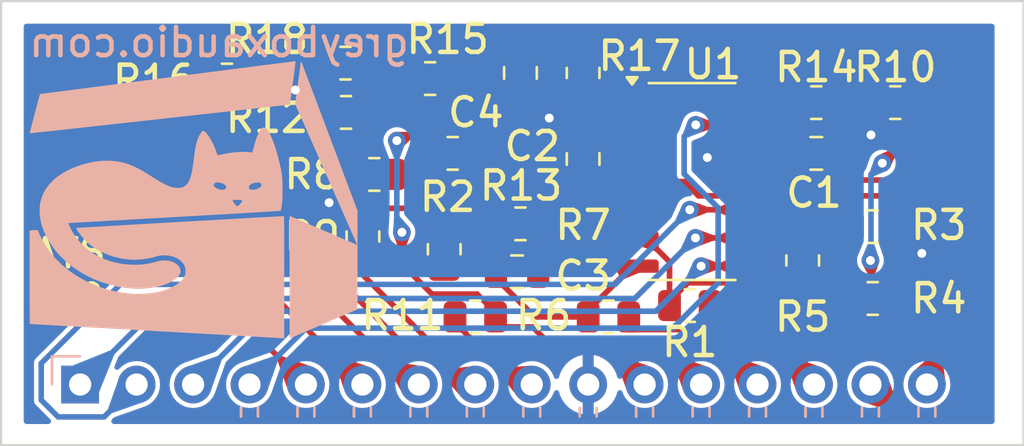
<source format=kicad_pcb>
(kicad_pcb (version 20240108) (generator "pcbnew") (generator_version "8.0")
  (title_block (title "AT8") (date "2024-08-16") (rev "00") (company "Greybox Audio"))
  (layers (0 "F.Cu" signal) (31 "B.Cu" power) (34 "B.Paste" user) (35 "F.Paste" user) (36 "B.SilkS" user "B.Silkscreen") (37 "F.SilkS" user "F.Silkscreen") (38 "B.Mask" user) (39 "F.Mask" user) (44 "Edge.Cuts" user))
  (net 0 "")
  (net 1 "Net-(C3-Pad2)")
  (net 2 "Net-(U1A--)")
  (net 3 "Net-(U1B--)")
  (net 4 "Net-(C4-Pad2)")
  (net 5 "-15V")
  (net 6 "GND")
  (net 7 "+15V")
  (net 8 "Net-(J1-Pin_2)")
  (net 9 "Net-(J1-Pin_9)")
  (net 10 "Net-(J1-Pin_3)")
  (net 11 "Net-(J1-Pin_14)")
  (net 12 "Net-(J1-Pin_6)")
  (net 13 "Net-(J1-Pin_4)")
  (net 14 "Net-(J1-Pin_1)")
  (net 15 "Net-(J1-Pin_7)")
  (net 16 "Net-(J1-Pin_11)")
  (net 17 "Net-(J1-Pin_8)")
  (net 18 "Net-(J1-Pin_5)")
  (net 19 "Net-(U1A-+)")
  (net 20 "Net-(U1B-+)")
  (net 21 "Net-(J1-Pin_13)")
  (net 22 "Net-(J1-Pin_12)")
  (footprint "Resistor_SMD:R_0805_2012Metric" (layer "F.Cu") (at 48.742 24.384 -90)
    (property "Reference" "R5" (at 2.54 0 0) (layer "F.SilkS") (effects (font (size 1.27 1.27) (thickness 0.2032))))
    (property "Value" "1k")
    (pad "1" smd roundrect (at -0.9125 0 270) (size 1.025 1.4) (layers "F.Cu" "F.Paste" "F.Mask") (roundrect_rratio 0.243902) (net 14 "Net-(J1-Pin_1)"))
    (pad "2" smd roundrect (at 0.9125 0 270) (size 1.025 1.4) (layers "F.Cu" "F.Paste" "F.Mask") (roundrect_rratio 0.243902) (net 10 "Net-(J1-Pin_3)"))
  )
  (footprint "Capacitor_SMD:C_0805_2012Metric" (layer "F.Cu") (at 49.3535 19.558)
    (property "Reference" "C1" (at -0.1035 1.778 0) (layer "F.SilkS") (effects (font (size 1.27 1.27) (thickness 0.2032))))
    (property "Value" "100n")
    (pad "1" smd roundrect (at -0.95 0) (size 1 1.45) (layers "F.Cu" "F.Paste" "F.Mask") (net 5 "-15V"))
    (pad "2" smd roundrect (at 0.95 0) (size 1 1.45) (layers "F.Cu" "F.Paste" "F.Mask") (net 6 "GND"))
  )
  (footprint "Resistor_SMD:R_0805_2012Metric" (layer "F.Cu") (at 49.3535 17.272 180)
    (property "Reference" "R14" (at 0 1.59 0) (layer "F.SilkS") (effects (font (size 1.27 1.27) (thickness 0.2032))))
    (property "Value" "2k2")
    (pad "1" smd roundrect (at -0.9125 0 180) (size 1.025 1.4) (layers "F.Cu" "F.Paste" "F.Mask") (roundrect_rratio 0.243902) (net 13 "Net-(J1-Pin_4)"))
    (pad "2" smd roundrect (at 0.9125 0 180) (size 1.025 1.4) (layers "F.Cu" "F.Paste" "F.Mask") (roundrect_rratio 0.243902) (net 18 "Net-(J1-Pin_5)"))
  )
  (footprint "Resistor_SMD:R_0805_2012Metric" (layer "F.Cu") (at 52.9095 17.272 180)
    (property "Reference" "R10" (at 0 1.59 0) (layer "F.SilkS") (effects (font (size 1.27 1.27) (thickness 0.2032))))
    (property "Value" "2k2")
    (pad "1" smd roundrect (at -0.9125 0 180) (size 1.025 1.4) (layers "F.Cu" "F.Paste" "F.Mask") (roundrect_rratio 0.243902) (net 10 "Net-(J1-Pin_3)"))
    (pad "2" smd roundrect (at 0.9125 0 180) (size 1.025 1.4) (layers "F.Cu" "F.Paste" "F.Mask") (roundrect_rratio 0.243902) (net 13 "Net-(J1-Pin_4)"))
  )
  (footprint "Resistor_SMD:R_0805_2012Metric" (layer "F.Cu") (at 22.834 16.256)
    (property "Reference" "R16" (at -3.276 0 0) (layer "F.SilkS") (effects (font (size 1.27 1.27) (thickness 0.2032))))
    (property "Value" "1k8")
    (pad "1" smd roundrect (at -0.9125 0) (size 1.025 1.4) (layers "F.Cu" "F.Paste" "F.Mask") (roundrect_rratio 0.243902) (net 18 "Net-(J1-Pin_5)"))
    (pad "2" smd roundrect (at 0.9125 0) (size 1.025 1.4) (layers "F.Cu" "F.Paste" "F.Mask") (roundrect_rratio 0.243902) (net 2 "Net-(U1A--)"))
  )
  (footprint "Capacitor_SMD:C_0805_2012Metric" (layer "F.Cu") (at 35.8915 24.892 180)
    (property "Reference" "C3" (at -2.9705 -0.188 0) (layer "F.SilkS") (effects (font (size 1.27 1.27) (thickness 0.2032))))
    (property "Value" "100p")
    (pad "1" smd roundrect (at -0.95 0 180) (size 1 1.45) (layers "F.Cu" "F.Paste" "F.Mask") (net 3 "Net-(U1B--)"))
    (pad "2" smd roundrect (at 0.95 0 180) (size 1 1.45) (layers "F.Cu" "F.Paste" "F.Mask") (net 1 "Net-(C3-Pad2)"))
  )
  (footprint "Resistor_SMD:R_0805_2012Metric" (layer "F.Cu") (at 28.168 15.494)
    (property "Reference" "R18" (at -3.53 -1.082 0) (layer "F.SilkS") (effects (font (size 1.27 1.27) (thickness 0.2032))))
    (property "Value" "2k7")
    (pad "1" smd roundrect (at -0.9125 0) (size 1.025 1.4) (layers "F.Cu" "F.Paste" "F.Mask") (roundrect_rratio 0.243902) (net 12 "Net-(J1-Pin_6)"))
    (pad "2" smd roundrect (at 0.9125 0) (size 1.025 1.4) (layers "F.Cu" "F.Paste" "F.Mask") (roundrect_rratio 0.243902) (net 2 "Net-(U1A--)"))
  )
  (footprint "Resistor_SMD:R_0805_2012Metric" (layer "F.Cu") (at 38.862 15.936 90)
    (property "Reference" "R17" (at 0.762 2.54 0) (layer "F.SilkS") (effects (font (size 1.27 1.27) (thickness 0.2032))))
    (property "Value" "2k7")
    (pad "1" smd roundrect (at -0.9125 0 90) (size 1.025 1.4) (layers "F.Cu" "F.Paste" "F.Mask") (roundrect_rratio 0.243902) (net 2 "Net-(U1A--)"))
    (pad "2" smd roundrect (at 0.9125 0 90) (size 1.025 1.4) (layers "F.Cu" "F.Paste" "F.Mask") (roundrect_rratio 0.243902) (net 4 "Net-(C4-Pad2)"))
  )
  (footprint "Package_SO:SOIC-14_3.9x8.7mm_P1.27mm" (layer "F.Cu") (at 43.7655 20.828)
    (property "Reference" "U1" (at 0.9385 -5.28 0) (layer "F.SilkS") (effects (font (size 1.27 1.27) (thickness 0.2032))))
    (property "Value" "OPA1679")
    (pad "1" smd roundrect (at -2.475 -3.81) (size 1.95 0.6) (layers "F.Cu" "F.Paste" "F.Mask") (net 4 "Net-(C4-Pad2)"))
    (pad "2" smd roundrect (at -2.475 -2.54) (size 1.95 0.6) (layers "F.Cu" "F.Paste" "F.Mask") (net 2 "Net-(U1A--)"))
    (pad "3" smd roundrect (at -2.475 -1.27) (size 1.95 0.6) (layers "F.Cu" "F.Paste" "F.Mask") (net 19 "Net-(U1A-+)"))
    (pad "4" smd roundrect (at -2.475 0) (size 1.95 0.6) (layers "F.Cu" "F.Paste" "F.Mask") (net 7 "+15V"))
    (pad "5" smd roundrect (at -2.475 1.27) (size 1.95 0.6) (layers "F.Cu" "F.Paste" "F.Mask") (net 20 "Net-(U1B-+)"))
    (pad "6" smd roundrect (at -2.475 2.54) (size 1.95 0.6) (layers "F.Cu" "F.Paste" "F.Mask") (net 3 "Net-(U1B--)"))
    (pad "7" smd roundrect (at -2.475 3.81) (size 1.95 0.6) (layers "F.Cu" "F.Paste" "F.Mask") (net 1 "Net-(C3-Pad2)"))
    (pad "8" smd roundrect (at 2.475 3.81) (size 1.95 0.6) (layers "F.Cu" "F.Paste" "F.Mask") (net 10 "Net-(J1-Pin_3)"))
    (pad "9" smd roundrect (at 2.475 2.54) (size 1.95 0.6) (layers "F.Cu" "F.Paste" "F.Mask") (net 14 "Net-(J1-Pin_1)"))
    (pad "10" smd roundrect (at 2.475 1.27) (size 1.95 0.6) (layers "F.Cu" "F.Paste" "F.Mask") (net 8 "Net-(J1-Pin_2)"))
    (pad "11" smd roundrect (at 2.475 0) (size 1.95 0.6) (layers "F.Cu" "F.Paste" "F.Mask") (net 5 "-15V"))
    (pad "12" smd roundrect (at 2.475 -1.27) (size 1.95 0.6) (layers "F.Cu" "F.Paste" "F.Mask") (net 6 "GND"))
    (pad "13" smd roundrect (at 2.475 -2.54) (size 1.95 0.6) (layers "F.Cu" "F.Paste" "F.Mask") (net 13 "Net-(J1-Pin_4)"))
    (pad "14" smd roundrect (at 2.475 -3.81) (size 1.95 0.6) (layers "F.Cu" "F.Paste" "F.Mask") (net 18 "Net-(J1-Pin_5)"))
  )
  (footprint "Resistor_SMD:R_0805_2012Metric" (layer "F.Cu") (at 29.464 20.508)
    (property "Reference" "R8" (at -2.794 0 0) (layer "F.SilkS") (effects (font (size 1.27 1.27) (thickness 0.2032))))
    (property "Value" "2k2")
    (pad "1" smd roundrect (at -0.9125 0) (size 1.025 1.4) (layers "F.Cu" "F.Paste" "F.Mask") (roundrect_rratio 0.243902) (net 6 "GND"))
    (pad "2" smd roundrect (at 0.9125 0) (size 1.025 1.4) (layers "F.Cu" "F.Paste" "F.Mask") (roundrect_rratio 0.243902) (net 20 "Net-(U1B-+)"))
  )
  (footprint "Resistor_SMD:R_0805_2012Metric" (layer "F.Cu") (at 36.042 22.733 180)
    (property "Reference" "R7" (at -2.82 -0.061 0) (layer "F.SilkS") (effects (font (size 1.27 1.27) (thickness 0.2032))))
    (property "Value" "3k3")
    (pad "1" smd roundrect (at -0.9125 0 180) (size 1.025 1.4) (layers "F.Cu" "F.Paste" "F.Mask") (roundrect_rratio 0.243902) (net 20 "Net-(U1B-+)"))
    (pad "2" smd roundrect (at 0.9125 0 180) (size 1.025 1.4) (layers "F.Cu" "F.Paste" "F.Mask") (roundrect_rratio 0.243902) (net 17 "Net-(J1-Pin_8)"))
  )
  (footprint "Resistor_SMD:R_0805_2012Metric" (layer "F.Cu") (at 51.8935 22.86 180)
    (property "Reference" "R3" (at -2.9705 0.066 0) (layer "F.SilkS") (effects (font (size 1.27 1.27) (thickness 0.2032))))
    (property "Value" "10k")
    (pad "1" smd roundrect (at -0.9125 0 180) (size 1.025 1.4) (layers "F.Cu" "F.Paste" "F.Mask") (roundrect_rratio 0.243902) (net 6 "GND"))
    (pad "2" smd roundrect (at 0.9125 0 180) (size 1.025 1.4) (layers "F.Cu" "F.Paste" "F.Mask") (roundrect_rratio 0.243902) (net 8 "Net-(J1-Pin_2)"))
  )
  (footprint "Resistor_SMD:R_0805_2012Metric" (layer "F.Cu") (at 31.978 16.19 180)
    (property "Reference" "R15" (at -0.788 1.778 0) (layer "F.SilkS") (effects (font (size 1.27 1.27) (thickness 0.2032))))
    (property "Value" "33R")
    (pad "1" smd roundrect (at -0.9125 0 180) (size 1.025 1.4) (layers "F.Cu" "F.Paste" "F.Mask") (roundrect_rratio 0.243902) (net 4 "Net-(C4-Pad2)"))
    (pad "2" smd roundrect (at 0.9125 0 180) (size 1.025 1.4) (layers "F.Cu" "F.Paste" "F.Mask") (roundrect_rratio 0.243902) (net 15 "Net-(J1-Pin_7)"))
  )
  (footprint "Resistor_SMD:R_0805_2012Metric" (layer "F.Cu") (at 28.194 17.714)
    (property "Reference" "R12" (at -3.556 0.254 0) (layer "F.SilkS") (effects (font (size 1.27 1.27) (thickness 0.2032))))
    (property "Value" "2k2")
    (pad "1" smd roundrect (at -0.9125 0) (size 1.025 1.4) (layers "F.Cu" "F.Paste" "F.Mask") (roundrect_rratio 0.243902) (net 6 "GND"))
    (pad "2" smd roundrect (at 0.9125 0) (size 1.025 1.4) (layers "F.Cu" "F.Paste" "F.Mask") (roundrect_rratio 0.243902) (net 19 "Net-(U1A-+)"))
  )
  (footprint "Resistor_SMD:R_0805_2012Metric" (layer "F.Cu") (at 40.0025 26.924)
    (property "Reference" "R6" (at -2.9185 -0.066 0) (layer "F.SilkS") (effects (font (size 1.27 1.27) (thickness 0.2032))))
    (property "Value" "33R")
    (pad "1" smd roundrect (at -0.9125 0) (size 1.025 1.4) (layers "F.Cu" "F.Paste" "F.Mask") (roundrect_rratio 0.243902) (net 1 "Net-(C3-Pad2)"))
    (pad "2" smd roundrect (at 0.9125 0) (size 1.025 1.4) (layers "F.Cu" "F.Paste" "F.Mask") (roundrect_rratio 0.243902) (net 21 "Net-(J1-Pin_13)"))
  )
  (footprint "Resistor_SMD:R_0805_2012Metric" (layer "F.Cu") (at 34.01 26.924)
    (property "Reference" "R11" (at -3.276 -0.066 0) (layer "F.SilkS") (effects (font (size 1.27 1.27) (thickness 0.2032))))
    (property "Value" "3k3")
    (pad "1" smd roundrect (at -0.9125 0) (size 1.025 1.4) (layers "F.Cu" "F.Paste" "F.Mask") (roundrect_rratio 0.243902) (net 16 "Net-(J1-Pin_11)"))
    (pad "2" smd roundrect (at 0.9125 0) (size 1.025 1.4) (layers "F.Cu" "F.Paste" "F.Mask") (roundrect_rratio 0.243902) (net 22 "Net-(J1-Pin_12)"))
  )
  (footprint "Resistor_SMD:R_0805_2012Metric" (layer "F.Cu") (at 51.8935 26.096)
    (property "Reference" "R4" (at 2.9705 0 0) (layer "F.SilkS") (effects (font (size 1.27 1.27) (thickness 0.2032))))
    (property "Value" "1k8")
    (pad "1" smd roundrect (at -0.9125 0) (size 1.025 1.4) (layers "F.Cu" "F.Paste" "F.Mask") (roundrect_rratio 0.243902) (net 10 "Net-(J1-Pin_3)"))
    (pad "2" smd roundrect (at 0.9125 0) (size 1.025 1.4) (layers "F.Cu" "F.Paste" "F.Mask") (roundrect_rratio 0.243902) (net 3 "Net-(U1B--)"))
  )
  (footprint "Resistor_SMD:R_0805_2012Metric" (layer "F.Cu") (at 32.613 23.876 -90)
    (property "Reference" "R2" (at -2.352 -0.153 0) (layer "F.SilkS") (effects (font (size 1.27 1.27) (thickness 0.2032))))
    (property "Value" "2k7")
    (pad "1" smd roundrect (at -0.9125 0 270) (size 1.025 1.4) (layers "F.Cu" "F.Paste" "F.Mask") (roundrect_rratio 0.243902) (net 3 "Net-(U1B--)"))
    (pad "2" smd roundrect (at 0.9125 0 270) (size 1.025 1.4) (layers "F.Cu" "F.Paste" "F.Mask") (roundrect_rratio 0.243902) (net 1 "Net-(C3-Pad2)"))
  )
  (footprint "Capacitor_SMD:C_0805_2012Metric" (layer "F.Cu") (at 36.042 15.936 90)
    (property "Reference" "C4" (at -1.778 -2.006 0) (layer "F.SilkS") (effects (font (size 1.27 1.27) (thickness 0.2032))))
    (property "Value" "100p")
    (pad "1" smd roundrect (at -0.95 0 90) (size 1 1.45) (layers "F.Cu" "F.Paste" "F.Mask") (net 2 "Net-(U1A--)"))
    (pad "2" smd roundrect (at 0.95 0 90) (size 1 1.45) (layers "F.Cu" "F.Paste" "F.Mask") (net 4 "Net-(C4-Pad2)"))
  )
  (footprint "Resistor_SMD:R_0805_2012Metric" (layer "F.Cu") (at 43.662 26.416 180)
    (property "Reference" "R1" (at 0 -1.65 0) (layer "F.SilkS") (effects (font (size 1.27 1.27) (thickness 0.2032))))
    (property "Value" "2k7")
    (pad "1" smd roundrect (at -0.9125 0 180) (size 1.025 1.4) (layers "F.Cu" "F.Paste" "F.Mask") (roundrect_rratio 0.243902) (net 11 "Net-(J1-Pin_14)"))
    (pad "2" smd roundrect (at 0.9125 0 180) (size 1.025 1.4) (layers "F.Cu" "F.Paste" "F.Mask") (roundrect_rratio 0.243902) (net 3 "Net-(U1B--)"))
  )
  (footprint "Resistor_SMD:R_0805_2012Metric" (layer "F.Cu") (at 28.956 23.302 -90)
    (property "Reference" "R9" (at 0 2.286 0) (layer "F.SilkS") (effects (font (size 1.27 1.27) (thickness 0.2032))))
    (property "Value" "2k2")
    (pad "1" smd roundrect (at -0.9125 0 270) (size 1.025 1.4) (layers "F.Cu" "F.Paste" "F.Mask") (roundrect_rratio 0.243902) (net 17 "Net-(J1-Pin_8)"))
    (pad "2" smd roundrect (at 0.9125 0 270) (size 1.025 1.4) (layers "F.Cu" "F.Paste" "F.Mask") (roundrect_rratio 0.243902) (net 9 "Net-(J1-Pin_9)"))
  )
  (footprint "Capacitor_SMD:C_0805_2012Metric" (layer "F.Cu") (at 38.862 19.812 90)
    (property "Reference" "C2" (at 0.574 -2.286 0) (layer "F.SilkS") (effects (font (size 1.27 1.27) (thickness 0.2032))))
    (property "Value" "100n")
    (pad "1" smd roundrect (at -0.95 0 90) (size 1 1.45) (layers "F.Cu" "F.Paste" "F.Mask") (net 7 "+15V"))
    (pad "2" smd roundrect (at 0.95 0 90) (size 1 1.45) (layers "F.Cu" "F.Paste" "F.Mask") (net 6 "GND"))
  )
  (footprint "Resistor_SMD:R_0805_2012Metric" (layer "F.Cu") (at 32.994 19.558 180)
    (property "Reference" "R13" (at -3.074 -1.458 0) (layer "F.SilkS") (effects (font (size 1.27 1.27) (thickness 0.2032))))
    (property "Value" "3k3")
    (pad "1" smd roundrect (at -0.9125 0 180) (size 1.025 1.4) (layers "F.Cu" "F.Paste" "F.Mask") (roundrect_rratio 0.243902) (net 19 "Net-(U1A-+)"))
    (pad "2" smd roundrect (at 0.9125 0 180) (size 1.025 1.4) (layers "F.Cu" "F.Paste" "F.Mask") (roundrect_rratio 0.243902) (net 22 "Net-(J1-Pin_12)"))
  )
  (footprint "Connector_PinHeader_2.54mm:PinHeader_1x16_P2.54mm_Horizontal" (layer "B.Cu") (at 16.23 29.972 -90)
    (property "Reference" "J1" (hide yes))
    (property "Value" "Conn_01x16_Pin" (hide yes))
    (pad "1" thru_hole rect (at 0 0 270) (size 1.7 1.7) (drill 1) (layers "*.Cu" "*.Mask") (net 14 "Net-(J1-Pin_1)"))
    (pad "2" thru_hole oval (at 0 -2.54 270) (size 1.7 1.7) (drill 1) (layers "*.Cu" "*.Mask") (net 8 "Net-(J1-Pin_2)"))
    (pad "3" thru_hole oval (at 0 -5.08 270) (size 1.7 1.7) (drill 1) (layers "*.Cu" "*.Mask") (net 10 "Net-(J1-Pin_3)"))
    (pad "4" thru_hole oval (at 0 -7.62 270) (size 1.7 1.7) (drill 1) (layers "*.Cu" "*.Mask") (net 13 "Net-(J1-Pin_4)"))
    (pad "5" thru_hole oval (at 0 -10.16 270) (size 1.7 1.7) (drill 1) (layers "*.Cu" "*.Mask") (net 18 "Net-(J1-Pin_5)"))
    (pad "6" thru_hole oval (at 0 -12.7 270) (size 1.7 1.7) (drill 1) (layers "*.Cu" "*.Mask") (net 12 "Net-(J1-Pin_6)"))
    (pad "7" thru_hole oval (at 0 -15.24 270) (size 1.7 1.7) (drill 1) (layers "*.Cu" "*.Mask") (net 15 "Net-(J1-Pin_7)"))
    (pad "8" thru_hole oval (at 0 -17.78 270) (size 1.7 1.7) (drill 1) (layers "*.Cu" "*.Mask") (net 17 "Net-(J1-Pin_8)"))
    (pad "9" thru_hole oval (at 0 -20.32 270) (size 1.7 1.7) (drill 1) (layers "*.Cu" "*.Mask") (net 9 "Net-(J1-Pin_9)"))
    (pad "10" thru_hole oval (at 0 -22.86 270) (size 1.7 1.7) (drill 1) (layers "*.Cu" "*.Mask") (net 6 "GND"))
    (pad "11" thru_hole oval (at 0 -25.4 270) (size 1.7 1.7) (drill 1) (layers "*.Cu" "*.Mask") (net 16 "Net-(J1-Pin_11)"))
    (pad "12" thru_hole oval (at 0 -27.94 270) (size 1.7 1.7) (drill 1) (layers "*.Cu" "*.Mask") (net 22 "Net-(J1-Pin_12)"))
    (pad "13" thru_hole oval (at 0 -30.48 270) (size 1.7 1.7) (drill 1) (layers "*.Cu" "*.Mask") (net 21 "Net-(J1-Pin_13)"))
    (pad "14" thru_hole oval (at 0 -33.02 270) (size 1.7 1.7) (drill 1) (layers "*.Cu" "*.Mask") (net 11 "Net-(J1-Pin_14)"))
    (pad "15" thru_hole oval (at 0 -35.56 270) (size 1.7 1.7) (drill 1) (layers "*.Cu" "*.Mask") (net 5 "-15V"))
    (pad "16" thru_hole oval (at 0 -38.1 270) (size 1.7 1.7) (drill 1) (layers "*.Cu" "*.Mask") (net 7 "+15V"))
  )
  (footprint "LOGO" (layer "B.Cu") (at 21.209 21.651 180)
    (property "Reference" "G***" (hide yes))
    (property "Value" "LOGO" (hide yes))
  )
  (gr_rect (start 12.674 12.7) (end 58.674 32.7) (stroke (width 0.1)) (fill none) (layer "Edge.Cuts"))
  (gr_text "greyboxaudio.com" (at 22.479 15.301 0) (layer "B.SilkS") (effects (font (size 1.27 1.27) (thickness 0.2032)) (justify bottom mirror)))
  (gr_text "AT8\nr00" (at 15.748 26.858 0) (layer "F.SilkS") (effects (font (size 1.27 1.27) (thickness 0.2032)) (justify bottom)))
  (segment (start 34.9415 24.892) (end 32.5895 24.892) (width 0.254) (layer "F.Cu") (net 1))
  (segment (start 34.9415 25.18475) (end 36.68075 26.924) (width 0.254) (layer "F.Cu") (net 1))
  (segment (start 36.68075 26.924) (end 38.796 26.924) (width 0.254) (layer "F.Cu") (net 1))
  (segment (start 38.796 26.924) (end 41.082 24.638) (width 0.254) (layer "F.Cu") (net 1))
  (segment (start 32.051 15.640072) (end 31.573928 15.163) (width 0.254) (layer "F.Cu") (net 2))
  (segment (start 25.44025 14.467) (end 23.7465 16.16075) (width 0.254) (layer "F.Cu") (net 2))
  (segment (start 28.249 14.467) (end 25.44025 14.467) (width 0.254) (layer "F.Cu") (net 2))
  (segment (start 31.573928 15.163) (end 29.221 15.163) (width 0.254) (layer "F.Cu") (net 2))
  (segment (start 32.051 17.253) (end 32.051 15.640072) (width 0.254) (layer "F.Cu") (net 2))
  (segment (start 40.452 18.288) (end 39.116 16.952) (width 0.254) (layer "F.Cu") (net 2))
  (segment (start 38.8245 16.886) (end 36.042 16.886) (width 0.254) (layer "F.Cu") (net 2))
  (segment (start 29.0805 15.2985) (end 28.249 14.467) (width 0.254) (layer "F.Cu") (net 2))
  (segment (start 35.052 17.714) (end 32.512 17.714) (width 0.254) (layer "F.Cu") (net 2))
  (segment (start 35.88 16.886) (end 35.052 17.714) (width 0.254) (layer "F.Cu") (net 2))
  (segment (start 32.512 17.714) (end 32.051 17.253) (width 0.254) (layer "F.Cu") (net 2))
  (segment (start 32.9355 23.2175) (end 33.528 23.81) (width 0.254) (layer "F.Cu") (net 3))
  (segment (start 45.683 25.389) (end 43.57775 25.389) (width 0.254) (layer "F.Cu") (net 3))
  (segment (start 47.472 27.178) (end 45.683 25.389) (width 0.254) (layer "F.Cu") (net 3))
  (segment (start 51.75 27.178) (end 47.472 27.178) (width 0.254) (layer "F.Cu") (net 3))
  (segment (start 36.8415 24.72625) (end 38.19975 23.368) (width 0.254) (layer "F.Cu") (net 3))
  (segment (start 43.57775 25.389) (end 42.7495 26.21725) (width 0.254) (layer "F.Cu") (net 3))
  (segment (start 42.7495 24.443264) (end 41.674236 23.368) (width 0.254) (layer "F.Cu") (net 3))
  (segment (start 42.7495 26.416) (end 42.7495 24.443264) (width 0.254) (layer "F.Cu") (net 3))
  (segment (start 35.91375 23.81) (end 36.8415 24.73775) (width 0.254) (layer "F.Cu") (net 3))
  (segment (start 52.512 26.416) (end 51.75 27.178) (width 0.254) (layer "F.Cu") (net 3))
  (segment (start 33.528 23.81) (end 35.91375 23.81) (width 0.254) (layer "F.Cu") (net 3))
  (segment (start 38.19975 23.368) (end 41.2905 23.368) (width 0.254) (layer "F.Cu") (net 3))
  (segment (start 36.042 14.986) (end 33.8405 14.986) (width 0.254) (layer "F.Cu") (net 4))
  (segment (start 33.8405 14.986) (end 32.8905 15.936) (width 0.254) (layer "F.Cu") (net 4))
  (segment (start 40.96 17.018) (end 39.296 15.354) (width 0.254) (layer "F.Cu") (net 4))
  (segment (start 38.42 14.986) (end 36.042 14.986) (width 0.254) (layer "F.Cu") (net 4))
  (segment (start 55.634 22.548) (end 53.848 20.762) (width 0.254) (layer "F.Cu") (net 5))
  (segment (start 53.848 20.762) (end 49.276 20.762) (width 0.254) (layer "F.Cu") (net 5))
  (segment (start 47.432 20.828) (end 48.4035 19.8565) (width 0.254) (layer "F.Cu") (net 5))
  (segment (start 52.994 31.176) (end 55.11 31.176) (width 0.254) (layer "F.Cu") (net 5))
  (segment (start 55.634 30.652) (end 55.634 22.548) (width 0.254) (layer "F.Cu") (net 5))
  (segment (start 49.276 20.762) (end 48.4035 19.8895) (width 0.254) (layer "F.Cu") (net 5))
  (segment (start 46.2405 20.828) (end 47.432 20.828) (width 0.254) (layer "F.Cu") (net 5))
  (segment (start 51.79 29.972) (end 52.994 31.176) (width 0.254) (layer "F.Cu") (net 5))
  (segment (start 55.11 31.176) (end 55.634 30.652) (width 0.254) (layer "F.Cu") (net 5))
  (segment (start 50.988 19.558) (end 50.3035 19.558) (width 0.254) (layer "F.Cu") (net 6))
  (segment (start 26.8465 17.6365) (end 27.5095 17.6365) (width 0.254) (layer "F.Cu") (net 6))
  (segment (start 27.432 21.778) (end 27.432 21.6275) (width 0.254) (layer "F.Cu") (net 6))
  (segment (start 54.102 24.064) (end 54.01 24.064) (width 0.254) (layer "F.Cu") (net 6))
  (segment (start 37.968 17.968) (end 37.338 17.968) (width 0.254) (layer "F.Cu") (net 6))
  (segment (start 38.862 18.862) (end 37.968 17.968) (width 0.254) (layer "F.Cu") (net 6))
  (segment (start 54.01 24.064) (end 52.806 22.86) (width 0.254) (layer "F.Cu") (net 6))
  (segment (start 51.816 18.73) (end 50.988 19.558) (width 0.254) (layer "F.Cu") (net 6))
  (segment (start 27.432 21.6275) (end 28.5515 20.508) (width 0.254) (layer "F.Cu") (net 6))
  (segment (start 25.914067 16.704067) (end 26.8465 17.6365) (width 0.254) (layer "F.Cu") (net 6))
  (segment (start 44.45 19.746) (end 44.638 19.558) (width 0.254) (layer "F.Cu") (net 6))
  (segment (start 44.638 19.558) (end 46.2405 19.558) (width 0.254) (layer "F.Cu") (net 6))
  (via (at 51.816 18.73) (size 0.8) (drill 0.4) (layers "F.Cu" "B.Cu") (net 6))
  (via (at 37.338 17.968) (size 0.8) (drill 0.4) (layers "F.Cu" "B.Cu") (net 6))
  (via (at 44.45 19.746) (size 0.8) (drill 0.4) (layers "F.Cu" "B.Cu") (net 6))
  (via (at 27.432 21.778) (size 0.8) (drill 0.4) (layers "F.Cu" "B.Cu") (net 6))
  (via (at 25.914067 16.704067) (size 0.8) (drill 0.4) (layers "F.Cu" "B.Cu") (net 6))
  (via (at 54.102 24.064) (size 0.8) (drill 0.4) (layers "F.Cu" "B.Cu") (net 6))
  (segment (start 54.33 29.972) (end 54.864 29.438) (width 0.254) (layer "F.Cu") (net 7))
  (segment (start 44.051 21.471) (end 43.408 20.828) (width 0.254) (layer "F.Cu") (net 7))
  (segment (start 54.864 29.438) (end 54.864 23.14) (width 0.254) (layer "F.Cu") (net 7))
  (segment (start 41.2905 20.828) (end 39.278 20.828) (width 0.254) (layer "F.Cu") (net 7))
  (segment (start 43.408 20.828) (end 41.2905 20.828) (width 0.254) (layer "F.Cu") (net 7))
  (segment (start 54.864 23.14) (end 53.195 21.471) (width 0.254) (layer "F.Cu") (net 7))
  (segment (start 53.195 21.471) (end 44.051 21.471) (width 0.254) (layer "F.Cu") (net 7))
  (segment (start 46.2405 22.098) (end 43.662 22.098) (width 0.254) (layer "F.Cu") (net 8))
  (segment (start 46.4285 22.286) (end 46.2405 22.098) (width 0.254) (layer "F.Cu") (net 8))
  (segment (start 50.407 22.286) (end 46.4285 22.286) (width 0.254) (layer "F.Cu") (net 8))
  (segment (start 50.981 22.86) (end 50.407 22.286) (width 0.254) (layer "F.Cu") (net 8))
  (via (at 43.662 22.098) (size 0.8) (drill 0.4) (layers "F.Cu" "B.Cu") (net 8))
  (segment (start 40.299 25.461) (end 43.662 22.098) (width 0.25) (layer "B.Cu") (net 8))
  (segment (start 15.24 31.43) (end 14.478 30.668) (width 0.25) (layer "B.Cu") (net 8))
  (segment (start 18.034 25.461) (end 40.299 25.461) (width 0.25) (layer "B.Cu") (net 8))
  (segment (start 14.478 29.017) (end 18.034 25.461) (width 0.25) (layer "B.Cu") (net 8))
  (segment (start 14.478 30.668) (end 14.478 29.017) (width 0.25) (layer "B.Cu") (net 8))
  (segment (start 17.312 31.43) (end 15.24 31.43) (width 0.25) (layer "B.Cu") (net 8))
  (segment (start 18.77 29.972) (end 17.312 31.43) (width 0.25) (layer "B.Cu") (net 8))
  (segment (start 32.551914 28.636) (end 28.956 25.040086) (width 0.254) (layer "F.Cu") (net 9))
  (segment (start 34.45702 28.636) (end 32.551914 28.636) (width 0.254) (layer "F.Cu") (net 9))
  (segment (start 35.79302 29.972) (end 34.45702 28.636) (width 0.254) (layer "F.Cu") (net 9))
  (segment (start 28.956 25.040086) (end 28.956 24.2145) (width 0.254) (layer "F.Cu") (net 9))
  (segment (start 36.55 29.972) (end 35.79302 29.972) (width 0.254) (layer "F.Cu") (net 9))
  (segment (start 50.981 25.9325) (end 50.345 25.2965) (width 0.254) (layer "F.Cu") (net 10))
  (segment (start 48.742 25.2965) (end 47.7145 25.2965) (width 0.254) (layer "F.Cu") (net 10))
  (segment (start 51.816 25.1705) (end 51.816 24.41) (width 0.254) (layer "F.Cu") (net 10))
  (segment (start 51.816 24.41) (end 51.79 24.384) (width 0.254) (layer "F.Cu") (net 10))
  (segment (start 50.345 25.2965) (end 48.742 25.2965) (width 0.254) (layer "F.Cu") (net 10))
  (segment (start 50.981 26.0055) (end 51.816 25.1705) (width 0.254) (layer "F.Cu") (net 10))
  (segment (start 47.7145 25.2965) (end 47.056 24.638) (width 0.254) (layer "F.Cu") (net 10))
  (segment (start 52.324 20) (end 53.822 18.502) (width 0.254) (layer "F.Cu") (net 10))
  (segment (start 53.822 18.502) (end 53.822 17.272) (width 0.254) (layer "F.Cu") (net 10))
  (segment (start 46.2405 24.638) (end 44.17 24.638) (width 0.254) (layer "F.Cu") (net 10))
  (via (at 51.79 24.384) (size 0.8) (drill 0.4) (layers "F.Cu" "B.Cu") (net 10))
  (via (at 44.17 24.638) (size 0.8) (drill 0.4) (layers "F.Cu" "B.Cu") (net 10))
  (via (at 52.324 20) (size 0.8) (drill 0.4) (layers "F.Cu" "B.Cu") (net 10))
  (segment (start 51.816 24.358) (end 51.79 24.384) (width 0.254) (layer "B.Cu") (net 10))
  (segment (start 52.324 20) (end 51.816 20.508) (width 0.254) (layer "B.Cu") (net 10))
  (segment (start 51.816 20.508) (end 51.816 24.358) (width 0.254) (layer "B.Cu") (net 10))
  (segment (start 24.612 26.67) (end 21.31 29.972) (width 0.254) (layer "B.Cu") (net 10))
  (segment (start 42.138 26.67) (end 24.612 26.67) (width 0.254) (layer "B.Cu") (net 10))
  (segment (start 44.17 24.638) (end 42.138 26.67) (width 0.254) (layer "B.Cu") (net 10))
  (segment (start 45.694 26.416) (end 44.5745 26.416) (width 0.254) (layer "F.Cu") (net 11))
  (segment (start 49.25 29.972) (end 45.694 26.416) (width 0.254) (layer "F.Cu") (net 11))
  (segment (start 28.93 29.972) (end 24.13 25.172) (width 0.254) (layer "F.Cu") (net 12))
  (segment (start 24.13 17.46) (end 25.91375 15.67625) (width 0.254) (layer "F.Cu") (net 12))
  (segment (start 24.13 25.172) (end 24.13 17.46) (width 0.254) (layer "F.Cu") (net 12))
  (segment (start 25.91375 15.67625) (end 27.2555 15.67625) (width 0.254) (layer "F.Cu") (net 12))
  (segment (start 49.473 18.299) (end 50.266 17.506) (width 0.254) (layer "F.Cu") (net 13))
  (segment (start 43.942 18.288) (end 46.2405 18.288) (width 0.254) (layer "F.Cu") (net 13))
  (segment (start 50.266 17.272) (end 51.997 17.272) (width 0.254) (layer "F.Cu") (net 13))
  (segment (start 43.929 18.275) (end 43.942 18.288) (width 0.254) (layer "F.Cu") (net 13))
  (segment (start 46.2515 18.299) (end 49.473 18.299) (width 0.254) (layer "F.Cu") (net 13))
  (via (at 43.929 18.275) (size 0.8) (drill 0.4) (layers "F.Cu" "B.Cu") (net 13))
  (segment (start 44.938067 22.012067) (end 44.938067 25.393933) (width 0.254) (layer "B.Cu") (net 13))
  (segment (start 42.9 27.432) (end 26.39 27.432) (width 0.254) (layer "B.Cu") (net 13))
  (segment (start 43.408 20.482) (end 44.938067 22.012067) (width 0.254) (layer "B.Cu") (net 13))
  (segment (start 26.39 27.432) (end 23.85 29.972) (width 0.254) (layer "B.Cu") (net 13))
  (segment (start 43.929 18.275) (end 43.408 18.796) (width 0.254) (layer "B.Cu") (net 13))
  (segment (start 43.408 18.796) (end 43.408 20.482) (width 0.254) (layer "B.Cu") (net 13))
  (segment (start 44.938067 25.393933) (end 42.9 27.432) (width 0.254) (layer "B.Cu") (net 13))
  (segment (start 46.2405 23.368) (end 48.6385 23.368) (width 0.254) (layer "F.Cu") (net 14))
  (segment (start 46.2405 23.368) (end 43.916 23.368) (width 0.254) (layer "F.Cu") (net 14))
  (via (at 43.916 23.368) (size 0.8) (drill 0.4) (layers "F.Cu" "B.Cu") (net 14))
  (segment (start 41.188 26.096) (end 20.106 26.096) (width 0.254) (layer "B.Cu") (net 14))
  (segment (start 20.106 26.096) (end 16.23 29.972) (width 0.254) (layer "B.Cu") (net 14))
  (segment (start 43.916 23.368) (end 41.188 26.096) (width 0.254) (layer "B.Cu") (net 14))
  (segment (start 25.654 24.537) (end 31.089 29.972) (width 0.254) (layer "F.Cu") (net 15))
  (segment (start 25.654 21.016) (end 25.654 24.537) (width 0.254) (layer "F.Cu") (net 15))
  (segment (start 28.194 17.091072) (end 28.194 18.476) (width 0.254) (layer "F.Cu") (net 15))
  (segment (start 30.7345 16.521) (end 28.764072 16.521) (width 0.254) (layer "F.Cu") (net 15))
  (segment (start 28.194 18.476) (end 25.654 21.016) (width 0.254) (layer "F.Cu") (net 15))
  (segment (start 28.764072 16.521) (end 28.194 17.091072) (width 0.254) (layer "F.Cu") (net 15))
  (segment (start 34.04175 28.128) (end 35.814 28.128) (width 0.254) (layer "F.Cu") (net 16))
  (segment (start 36.091 28.405) (end 40.063 28.405) (width 0.254) (layer "F.Cu") (net 16))
  (segment (start 40.063 28.405) (end 41.63 29.972) (width 0.254) (layer "F.Cu") (net 16))
  (segment (start 33.387072 27.473322) (end 34.04175 28.128) (width 0.254) (layer "F.Cu") (net 16))
  (segment (start 35.814 28.128) (end 36.091 28.405) (width 0.254) (layer "F.Cu") (net 16))
  (segment (start 31.29053 28.128) (end 30.734 28.128) (width 0.254) (layer "F.Cu") (net 17))
  (segment (start 30.734 28.128) (end 27.686 25.08) (width 0.254) (layer "F.Cu") (net 17))
  (segment (start 34.229 22.733) (end 33.528 22.032) (width 0.254) (layer "F.Cu") (net 17))
  (segment (start 27.686 25.08) (end 27.686 23.556) (width 0.254) (layer "F.Cu") (net 17))
  (segment (start 33.13453 29.972) (end 31.29053 28.128) (width 0.254) (layer "F.Cu") (net 17))
  (segment (start 27.686 23.556) (end 28.5985 22.6435) (width 0.254) (layer "F.Cu") (net 17))
  (segment (start 35.1295 22.733) (end 34.229 22.733) (width 0.254) (layer "F.Cu") (net 17))
  (segment (start 33.528 22.032) (end 29.1065 22.032) (width 0.254) (layer "F.Cu") (net 17))
  (segment (start 33.471448 29.972) (end 33.13453 29.972) (width 0.254) (layer "F.Cu") (net 17))
  (segment (start 46.028 13.958) (end 24.076 13.958) (width 0.254) (layer "F.Cu") (net 18))
  (segment (start 48.441 16.971) (end 48.441 16.371) (width 0.254) (layer "F.Cu") (net 18))
  (segment (start 21.9215 25.5035) (end 26.39 29.972) (width 0.254) (layer "F.Cu") (net 18))
  (segment (start 46.028 13.958) (end 48.441 16.371) (width 0.254) (layer "F.Cu") (net 18))
  (segment (start 48.187 17.018) (end 46.2405 17.018) (width 0.254) (layer "F.Cu") (net 18))
  (segment (start 24.076 13.958) (end 22.1755 15.8585) (width 0.254) (layer "F.Cu") (net 18))
  (segment (start 21.9215 15.8585) (end 21.9215 25.5035) (width 0.254) (layer "F.Cu") (net 18))
  (segment (start 41.0365 19.812) (end 34.1605 19.812) (width 0.254) (layer "F.Cu") (net 19))
  (segment (start 32.766 18.222) (end 33.9065 19.3625) (width 0.254) (layer "F.Cu") (net 19))
  (segment (start 31.496 18.222) (end 32.766 18.222) (width 0.254) (layer "F.Cu") (net 19))
  (segment (start 41.2905 19.558) (end 41.0365 19.812) (width 0.254) (layer "F.Cu") (net 19))
  (segment (start 29.4005 17.46) (end 30.734 17.46) (width 0.254) (layer "F.Cu") (net 19))
  (segment (start 30.734 17.46) (end 31.496 18.222) (width 0.254) (layer "F.Cu") (net 19))
  (segment (start 32.258 21.27) (end 35.669875 21.27) (width 0.254) (layer "F.Cu") (net 20))
  (segment (start 37.4015 22.286) (end 36.9545 22.733) (width 0.254) (layer "F.Cu") (net 20))
  (segment (start 31.496 20.508) (end 32.258 21.27) (width 0.254) (layer "F.Cu") (net 20))
  (segment (start 41.1025 22.286) (end 37.4015 22.286) (width 0.254) (layer "F.Cu") (net 20))
  (segment (start 30.3765 20.508) (end 31.496 20.508) (width 0.254) (layer "F.Cu") (net 20))
  (segment (start 41.2905 22.098) (end 41.1025 22.286) (width 0.254) (layer "F.Cu") (net 20))
  (segment (start 35.669875 21.27) (end 36.844625 22.44475) (width 0.254) (layer "F.Cu") (net 20))
  (segment (start 40.894 27.497) (end 44.235 27.497) (width 0.254) (layer "F.Cu") (net 21))
  (segment (start 44.235 27.497) (end 46.71 29.972) (width 0.254) (layer "F.Cu") (net 21))
  (segment (start 31.2535 18.73) (end 32.0815 19.558) (width 0.254) (layer "F.Cu") (net 22))
  (segment (start 30.708 23.114) (end 30.708 24.546) (width 0.254) (layer "F.Cu") (net 22))
  (segment (start 34.091 25.897) (end 34.9225 26.7285) (width 0.254) (layer "F.Cu") (net 22))
  (segment (start 32.059 25.897) (end 34.091 25.897) (width 0.254) (layer "F.Cu") (net 22))
  (segment (start 35.3765 27.378) (end 34.9225 26.924) (width 0.254) (layer "F.Cu") (net 22))
  (segment (start 37.161 27.951) (end 36.588 27.378) (width 0.254) (layer "F.Cu") (net 22))
  (segment (start 30.48 18.984) (end 30.734 18.73) (width 0.254) (layer "F.Cu") (net 22))
  (segment (start 44.17 29.972) (end 42.149 27.951) (width 0.254) (layer "F.Cu") (net 22))
  (segment (start 42.149 27.951) (end 37.161 27.951) (width 0.254) (layer "F.Cu") (net 22))
  (segment (start 30.708 24.546) (end 32.059 25.897) (width 0.254) (layer "F.Cu") (net 22))
  (segment (start 30.734 18.73) (end 31.2535 18.73) (width 0.254) (layer "F.Cu") (net 22))
  (segment (start 36.588 27.378) (end 35.3765 27.378) (width 0.254) (layer "F.Cu") (net 22))
  (via (at 30.708 23.114) (size 0.8) (drill 0.4) (layers "F.Cu" "B.Cu") (net 22))
  (via (at 30.48 18.984) (size 0.8) (drill 0.4) (layers "F.Cu" "B.Cu") (net 22))
  (segment (start 30.48 18.984) (end 30.48 22.886) (width 0.254) (layer "B.Cu") (net 22))
  (segment (start 30.48 22.886) (end 30.708 23.114) (width 0.254) (layer "B.Cu") (net 22))
  (zone (net 6) (net_name "GND") (layer "B.Cu") (name "InOut") (connect_pads (clearance 0)) (min_thickness 0.25) (fill yes (thermal_gap 0.5) (thermal_bridge_width 0.5))
    (polygon (pts (xy 57.378 31.75) (xy 13.69 31.75) (xy 13.69 13.716) (xy 57.378 13.716)))
  )
)
</source>
